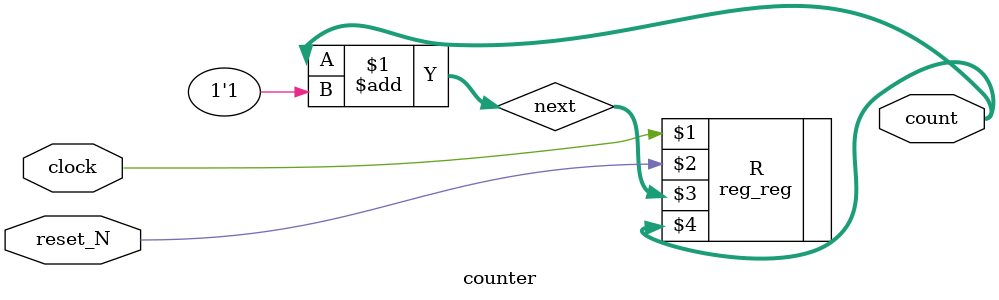
<source format=v>

`default_nettype none

module counter(
    input  wire             clock,
    input  wire             reset_N,
    output wire [WIDTH-1:0] count);

    parameter WIDTH = 4;

    wire [WIDTH-1:0] next;

    reg_reg #(WIDTH) R(
        clock,		// clock
        reset_N,	// reset_N
        next,		// d
        count);		// q

    assign next = count + 1'b1;

endmodule

</source>
